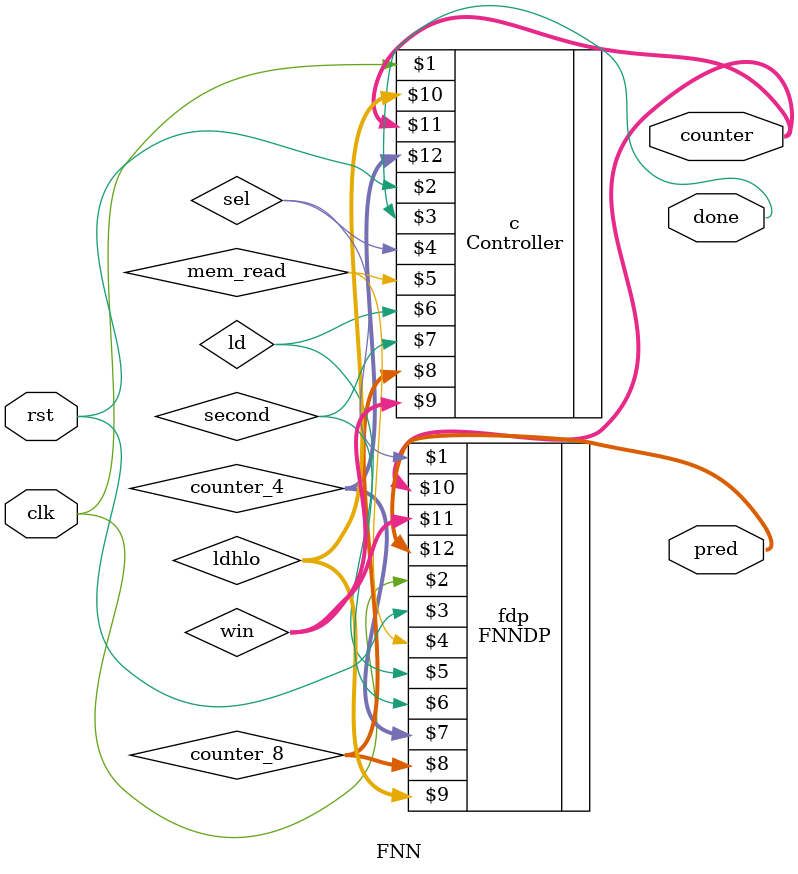
<source format=v>
`timescale 1ns/1ns
module FNN(input clk, rst, output[3:0] pred, output done, output[9:0] counter);

	wire sel, mem_read, ld, second;
	wire [3:0] ldhlo;
	wire [1:0] win;
	wire [2:0] counter_8;
	wire [1:0]counter_4;
	Controller c(clk, rst, done, sel, mem_read,ld, second, counter_8, win, ldhlo, counter, counter_4);
	FNNDP fdp(sel, clk, rst, mem_read,ld, second,counter_4, counter_8, ldhlo, counter, win, pred);

endmodule
</source>
